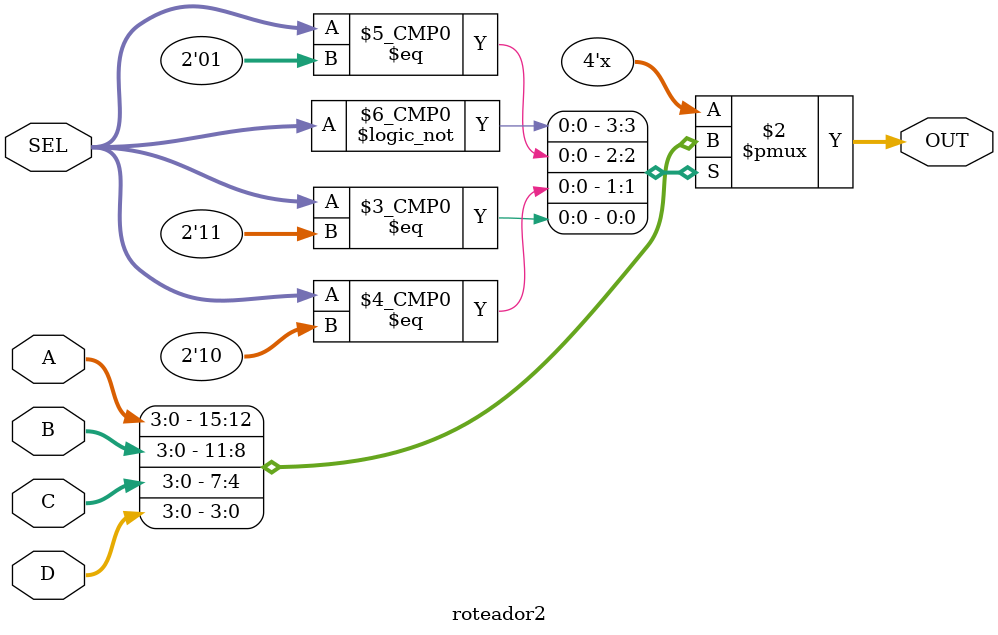
<source format=sv>
parameter NBITS = 4;
module roteador2(
  input logic [NBITS -1 : 0] A, B,C,D,
  input logic  [1: 0] SEL,
  output reg [NBITS -1 : 0] OUT
); 	

  always_comb begin
    case (SEL)
      2'b00 : OUT <= A;
      2'b01 : OUT <= B;
      2'b10 : OUT <= C;
      2'b11 : OUT <= D;
    endcase
  end
endmodule

</source>
